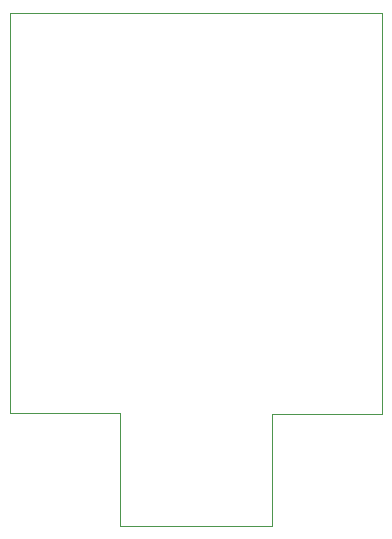
<source format=gbr>
%TF.GenerationSoftware,KiCad,Pcbnew,6.0.5+dfsg-1*%
%TF.CreationDate,2022-06-06T15:17:51+08:00*%
%TF.ProjectId,pcb-backbox,7063622d-6261-4636-9b62-6f782e6b6963,rev?*%
%TF.SameCoordinates,Original*%
%TF.FileFunction,Profile,NP*%
%FSLAX46Y46*%
G04 Gerber Fmt 4.6, Leading zero omitted, Abs format (unit mm)*
G04 Created by KiCad (PCBNEW 6.0.5+dfsg-1) date 2022-06-06 15:17:51*
%MOMM*%
%LPD*%
G01*
G04 APERTURE LIST*
%TA.AperFunction,Profile*%
%ADD10C,0.100000*%
%TD*%
G04 APERTURE END LIST*
D10*
X124150000Y-116900000D02*
X124150000Y-107400000D01*
X114800000Y-73500000D02*
X146300000Y-73500000D01*
X146300000Y-73500000D02*
X146300000Y-107450000D01*
X136950000Y-116900000D02*
X136950000Y-107450000D01*
X124150000Y-116900000D02*
X136950000Y-116900000D01*
X114800000Y-107400000D02*
X114800000Y-73500000D01*
X124150000Y-107400000D02*
X114800000Y-107400000D01*
X136950000Y-107450000D02*
X146300000Y-107450000D01*
M02*

</source>
